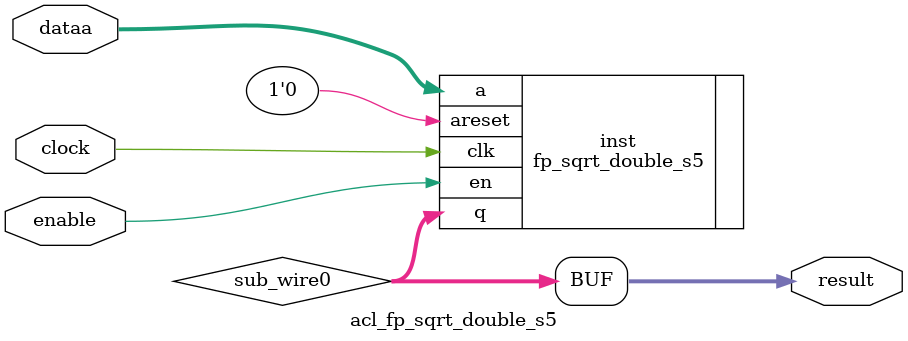
<source format=v>
`timescale 1 ps / 1 ps
module acl_fp_sqrt_double_s5 (
	enable,
	clock,
	dataa,
	result);

	input	  enable;
	input	  clock;
	input	[63:0]  dataa;
	output	[63:0]  result;

	wire [63:0] sub_wire0;
	wire [63:0] result = sub_wire0[63:0];

	fp_sqrt_double_s5	inst(
				.clk(clock),
        .en(enable),
				.areset(1'b0),
				.a (dataa),
				.q (sub_wire0));

endmodule

</source>
